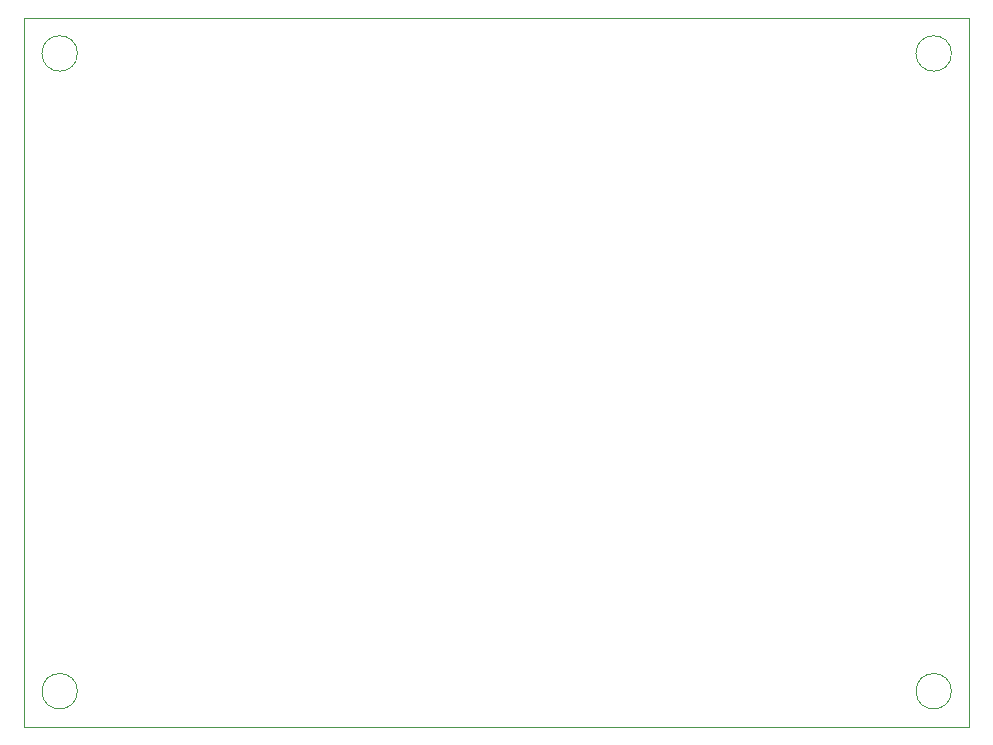
<source format=gbr>
%TF.GenerationSoftware,KiCad,Pcbnew,(5.1.8)-1*%
%TF.CreationDate,2020-12-21T03:10:24-08:00*%
%TF.ProjectId,openThermostat,6f70656e-5468-4657-926d-6f737461742e,rev?*%
%TF.SameCoordinates,Original*%
%TF.FileFunction,Profile,NP*%
%FSLAX46Y46*%
G04 Gerber Fmt 4.6, Leading zero omitted, Abs format (unit mm)*
G04 Created by KiCad (PCBNEW (5.1.8)-1) date 2020-12-21 03:10:24*
%MOMM*%
%LPD*%
G01*
G04 APERTURE LIST*
%TA.AperFunction,Profile*%
%ADD10C,0.100000*%
%TD*%
G04 APERTURE END LIST*
D10*
X90000000Y-57000000D02*
X90000000Y-86250000D01*
X90000000Y-86250000D02*
X90000000Y-110000000D01*
X90000000Y-50000000D02*
X90000000Y-57000000D01*
X168500000Y-107000000D02*
G75*
G03*
X168500000Y-107000000I-1500000J0D01*
G01*
X94500000Y-107000000D02*
G75*
G03*
X94500000Y-107000000I-1500000J0D01*
G01*
X168500000Y-53000000D02*
G75*
G03*
X168500000Y-53000000I-1500000J0D01*
G01*
X94500000Y-53000000D02*
G75*
G03*
X94500000Y-53000000I-1500000J0D01*
G01*
X170000000Y-110000000D02*
X90000000Y-110000000D01*
X170000000Y-50000000D02*
X170000000Y-110000000D01*
X90000000Y-50000000D02*
X170000000Y-50000000D01*
M02*

</source>
